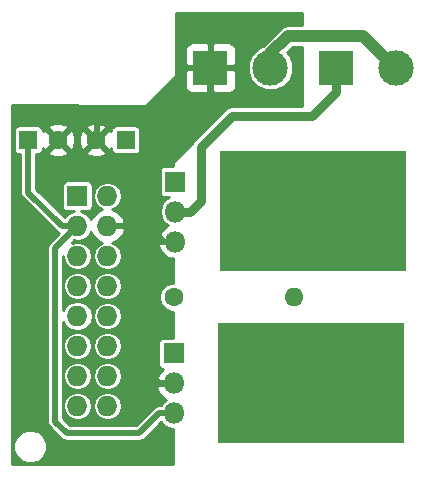
<source format=gbr>
G04 #@! TF.FileFunction,Copper,L1,Top,Signal*
%FSLAX46Y46*%
G04 Gerber Fmt 4.6, Leading zero omitted, Abs format (unit mm)*
G04 Created by KiCad (PCBNEW 4.0.4-stable) date 03/17/18 20:15:35*
%MOMM*%
%LPD*%
G01*
G04 APERTURE LIST*
%ADD10C,0.100000*%
%ADD11C,0.600000*%
%ADD12C,1.600000*%
%ADD13O,1.600000X1.600000*%
%ADD14R,2.999740X2.999740*%
%ADD15C,2.999740*%
%ADD16O,1.727200X1.727200*%
%ADD17R,1.727200X1.727200*%
%ADD18R,1.600000X1.600000*%
%ADD19C,3.500000*%
%ADD20R,1.800000X1.800000*%
%ADD21O,1.800000X1.800000*%
%ADD22R,15.800000X10.200000*%
%ADD23C,0.500000*%
%ADD24C,1.000000*%
%ADD25C,0.800000*%
%ADD26C,0.254000*%
G04 APERTURE END LIST*
D10*
D11*
X143830000Y-114250000D03*
X145830000Y-114250000D03*
X147830000Y-114250000D03*
X149830000Y-114250000D03*
X151830000Y-114250000D03*
X153830000Y-114250000D03*
X155830000Y-114250000D03*
X157830000Y-114250000D03*
X143830000Y-116250000D03*
X145830000Y-116250000D03*
X147830000Y-116250000D03*
X149830000Y-116250000D03*
X151830000Y-116250000D03*
X153830000Y-116250000D03*
X157830000Y-116250000D03*
X143830000Y-118250000D03*
X145830000Y-118250000D03*
X147830000Y-118250000D03*
X149830000Y-118250000D03*
X151830000Y-118250000D03*
X143830000Y-120250000D03*
X145830000Y-120250000D03*
X147830000Y-120250000D03*
X149830000Y-120250000D03*
X151830000Y-120250000D03*
X153830000Y-120250000D03*
X157830000Y-120250000D03*
X143830000Y-122250000D03*
X145830000Y-122250000D03*
X147830000Y-122250000D03*
X149830000Y-122250000D03*
X151830000Y-122250000D03*
X153830000Y-122250000D03*
X155830000Y-122250000D03*
X157830000Y-122250000D03*
X157830000Y-107690000D03*
X155830000Y-107690000D03*
X153830000Y-107690000D03*
X151830000Y-107690000D03*
X149830000Y-107690000D03*
X147830000Y-107690000D03*
X145830000Y-107690000D03*
X143830000Y-107690000D03*
X157830000Y-105690000D03*
X153830000Y-105690000D03*
X151830000Y-105690000D03*
X149830000Y-105690000D03*
X147830000Y-105690000D03*
X145830000Y-105690000D03*
X143830000Y-105690000D03*
X151830000Y-103690000D03*
X149830000Y-103690000D03*
X147830000Y-103690000D03*
X145830000Y-103690000D03*
X143830000Y-103690000D03*
X157830000Y-101690000D03*
X153830000Y-101690000D03*
X151830000Y-101690000D03*
X149830000Y-101690000D03*
X147830000Y-101690000D03*
X145830000Y-101690000D03*
X143830000Y-101690000D03*
X157830000Y-99690000D03*
X155830000Y-99690000D03*
X153830000Y-99690000D03*
X151830000Y-99690000D03*
X149830000Y-99690000D03*
X147830000Y-99690000D03*
X145830000Y-99690000D03*
D12*
X139070000Y-110910000D03*
D13*
X149230000Y-110910000D03*
D14*
X142190000Y-91480000D03*
D15*
X147270000Y-91480000D03*
D14*
X152810000Y-91500000D03*
D15*
X157890000Y-91500000D03*
D11*
X143830000Y-99690000D03*
D16*
X133460000Y-120110000D03*
X130920000Y-120110000D03*
X133460000Y-117570000D03*
X130920000Y-117570000D03*
X133460000Y-115030000D03*
X130920000Y-115030000D03*
X133460000Y-112490000D03*
X130920000Y-112490000D03*
D17*
X130920000Y-102330000D03*
D16*
X133460000Y-102330000D03*
X130920000Y-104870000D03*
X133460000Y-104870000D03*
X130920000Y-107410000D03*
X133460000Y-107410000D03*
X130920000Y-109950000D03*
X133460000Y-109950000D03*
D18*
X126770000Y-97590000D03*
D12*
X129270000Y-97590000D03*
D18*
X135010000Y-97590000D03*
D12*
X132510000Y-97590000D03*
D19*
X155880000Y-103660000D03*
D20*
X139220000Y-101120000D03*
D21*
X139220000Y-103660000D03*
X139220000Y-106200000D03*
D22*
X150845000Y-103620000D03*
D19*
X155750000Y-118210000D03*
D20*
X139090000Y-115670000D03*
D21*
X139090000Y-118210000D03*
X139090000Y-120750000D03*
D22*
X150715000Y-118170000D03*
D23*
X136740000Y-117132792D02*
X136740000Y-106450000D01*
X136740000Y-106450000D02*
X137620000Y-105570000D01*
X139090000Y-118210000D02*
X137817208Y-118210000D01*
X137817208Y-118210000D02*
X136740000Y-117132792D01*
X133460000Y-104870000D02*
X135840000Y-104870000D01*
X135840000Y-104870000D02*
X137620000Y-103090000D01*
X139220000Y-106200000D02*
X138250000Y-106200000D01*
X137620000Y-99060000D02*
X137970000Y-98710000D01*
X137970000Y-98710000D02*
X140010000Y-96670000D01*
X137620000Y-103090000D02*
X137620000Y-99060000D01*
X137620000Y-105570000D02*
X137620000Y-103090000D01*
X138250000Y-106200000D02*
X137620000Y-105570000D01*
X142190000Y-94490000D02*
X142190000Y-91480000D01*
X140010000Y-96670000D02*
X141430000Y-95250000D01*
X141430000Y-95250000D02*
X142190000Y-94490000D01*
X132590000Y-97660000D02*
X132590000Y-96360000D01*
X132590000Y-96360000D02*
X133700000Y-95250000D01*
X133700000Y-95250000D02*
X134020000Y-95250000D01*
X147270000Y-91480000D02*
X147270000Y-90280000D01*
D24*
X147270000Y-90280000D02*
X148780000Y-88770000D01*
X148780000Y-88770000D02*
X155100000Y-88770000D01*
X155100000Y-88770000D02*
X157890000Y-91560000D01*
D23*
X126770000Y-102050000D02*
X129590000Y-104870000D01*
X126770000Y-97650000D02*
X126770000Y-102050000D01*
X129040000Y-121440000D02*
X129040000Y-106750000D01*
X129040000Y-106750000D02*
X130920000Y-104870000D01*
X130010000Y-122410000D02*
X129040000Y-121440000D01*
X136157208Y-122410000D02*
X130010000Y-122410000D01*
X139090000Y-120750000D02*
X137817208Y-120750000D01*
X137817208Y-120750000D02*
X136157208Y-122410000D01*
X129590000Y-104870000D02*
X130920000Y-104870000D01*
D25*
X139220000Y-103660000D02*
X140492792Y-103660000D01*
X140492792Y-103660000D02*
X141390000Y-102762792D01*
X141390000Y-98160000D02*
X143990000Y-95560000D01*
X141390000Y-102762792D02*
X141390000Y-98160000D01*
X143990000Y-95560000D02*
X150749870Y-95560000D01*
X150749870Y-95560000D02*
X152810000Y-93499870D01*
X152810000Y-93499870D02*
X152810000Y-91500000D01*
D26*
G36*
X149943000Y-87843000D02*
X148780000Y-87843000D01*
X148425252Y-87913564D01*
X148124512Y-88114512D01*
X146614512Y-89624512D01*
X146576250Y-89681775D01*
X146179942Y-89845526D01*
X145637431Y-90387091D01*
X145343465Y-91095040D01*
X145342796Y-91861597D01*
X145635526Y-92570058D01*
X146177091Y-93112569D01*
X146885040Y-93406535D01*
X147651597Y-93407204D01*
X148360058Y-93114474D01*
X148902569Y-92572909D01*
X149196535Y-91864960D01*
X149197204Y-91098403D01*
X148904474Y-90389942D01*
X148687943Y-90173033D01*
X149163976Y-89697000D01*
X149943000Y-89697000D01*
X149943000Y-94733000D01*
X143990000Y-94733000D01*
X143673521Y-94795952D01*
X143405223Y-94975223D01*
X140805223Y-97575223D01*
X140625952Y-97843521D01*
X140618274Y-97882120D01*
X139050197Y-99450197D01*
X139022334Y-99492211D01*
X139013000Y-99540000D01*
X139013000Y-99784635D01*
X138320000Y-99784635D01*
X138161763Y-99814409D01*
X138016433Y-99907927D01*
X137918936Y-100050619D01*
X137884635Y-100220000D01*
X137884635Y-102020000D01*
X137914409Y-102178237D01*
X138007927Y-102323567D01*
X138150619Y-102421064D01*
X138320000Y-102455365D01*
X138641315Y-102455365D01*
X138281669Y-102695672D01*
X137994012Y-103126182D01*
X137893000Y-103634003D01*
X137893000Y-103685997D01*
X137994012Y-104193818D01*
X138281669Y-104624328D01*
X138579360Y-104823239D01*
X138423583Y-104887760D01*
X137982034Y-105292424D01*
X137728954Y-105835258D01*
X137849003Y-106073000D01*
X139013000Y-106073000D01*
X139013000Y-106327000D01*
X137849003Y-106327000D01*
X137728954Y-106564742D01*
X137982034Y-107107576D01*
X138423583Y-107512240D01*
X138855260Y-107691036D01*
X139013000Y-107610980D01*
X139013000Y-109682950D01*
X138827005Y-109682788D01*
X138375869Y-109869194D01*
X138030407Y-110214053D01*
X137843214Y-110664864D01*
X137842788Y-111152995D01*
X138029194Y-111604131D01*
X138374053Y-111949593D01*
X138824864Y-112136786D01*
X139013000Y-112136950D01*
X139013000Y-114334635D01*
X138190000Y-114334635D01*
X138031763Y-114364409D01*
X137886433Y-114457927D01*
X137788936Y-114600619D01*
X137754635Y-114770000D01*
X137754635Y-116570000D01*
X137784409Y-116728237D01*
X137877927Y-116873567D01*
X138020619Y-116971064D01*
X138178673Y-117003071D01*
X137852034Y-117302424D01*
X137598954Y-117845258D01*
X137719003Y-118083000D01*
X138963000Y-118083000D01*
X138963000Y-118063000D01*
X139013000Y-118063000D01*
X139013000Y-118357000D01*
X138963000Y-118357000D01*
X138963000Y-118337000D01*
X137719003Y-118337000D01*
X137598954Y-118574742D01*
X137852034Y-119117576D01*
X138293583Y-119522240D01*
X138449360Y-119586761D01*
X138151669Y-119785672D01*
X137959683Y-120073000D01*
X137817208Y-120073000D01*
X137558132Y-120124533D01*
X137338497Y-120271288D01*
X135876786Y-121733000D01*
X130290422Y-121733000D01*
X129717000Y-121159578D01*
X129717000Y-120164924D01*
X129796704Y-120565623D01*
X130054794Y-120951881D01*
X130441052Y-121209971D01*
X130896675Y-121300600D01*
X130943325Y-121300600D01*
X131398948Y-121209971D01*
X131785206Y-120951881D01*
X132043296Y-120565623D01*
X132133925Y-120110000D01*
X132246075Y-120110000D01*
X132336704Y-120565623D01*
X132594794Y-120951881D01*
X132981052Y-121209971D01*
X133436675Y-121300600D01*
X133483325Y-121300600D01*
X133938948Y-121209971D01*
X134325206Y-120951881D01*
X134583296Y-120565623D01*
X134673925Y-120110000D01*
X134583296Y-119654377D01*
X134325206Y-119268119D01*
X133938948Y-119010029D01*
X133483325Y-118919400D01*
X133436675Y-118919400D01*
X132981052Y-119010029D01*
X132594794Y-119268119D01*
X132336704Y-119654377D01*
X132246075Y-120110000D01*
X132133925Y-120110000D01*
X132043296Y-119654377D01*
X131785206Y-119268119D01*
X131398948Y-119010029D01*
X130943325Y-118919400D01*
X130896675Y-118919400D01*
X130441052Y-119010029D01*
X130054794Y-119268119D01*
X129796704Y-119654377D01*
X129717000Y-120055076D01*
X129717000Y-117624924D01*
X129796704Y-118025623D01*
X130054794Y-118411881D01*
X130441052Y-118669971D01*
X130896675Y-118760600D01*
X130943325Y-118760600D01*
X131398948Y-118669971D01*
X131785206Y-118411881D01*
X132043296Y-118025623D01*
X132133925Y-117570000D01*
X132246075Y-117570000D01*
X132336704Y-118025623D01*
X132594794Y-118411881D01*
X132981052Y-118669971D01*
X133436675Y-118760600D01*
X133483325Y-118760600D01*
X133938948Y-118669971D01*
X134325206Y-118411881D01*
X134583296Y-118025623D01*
X134673925Y-117570000D01*
X134583296Y-117114377D01*
X134325206Y-116728119D01*
X133938948Y-116470029D01*
X133483325Y-116379400D01*
X133436675Y-116379400D01*
X132981052Y-116470029D01*
X132594794Y-116728119D01*
X132336704Y-117114377D01*
X132246075Y-117570000D01*
X132133925Y-117570000D01*
X132043296Y-117114377D01*
X131785206Y-116728119D01*
X131398948Y-116470029D01*
X130943325Y-116379400D01*
X130896675Y-116379400D01*
X130441052Y-116470029D01*
X130054794Y-116728119D01*
X129796704Y-117114377D01*
X129717000Y-117515076D01*
X129717000Y-115084924D01*
X129796704Y-115485623D01*
X130054794Y-115871881D01*
X130441052Y-116129971D01*
X130896675Y-116220600D01*
X130943325Y-116220600D01*
X131398948Y-116129971D01*
X131785206Y-115871881D01*
X132043296Y-115485623D01*
X132133925Y-115030000D01*
X132246075Y-115030000D01*
X132336704Y-115485623D01*
X132594794Y-115871881D01*
X132981052Y-116129971D01*
X133436675Y-116220600D01*
X133483325Y-116220600D01*
X133938948Y-116129971D01*
X134325206Y-115871881D01*
X134583296Y-115485623D01*
X134673925Y-115030000D01*
X134583296Y-114574377D01*
X134325206Y-114188119D01*
X133938948Y-113930029D01*
X133483325Y-113839400D01*
X133436675Y-113839400D01*
X132981052Y-113930029D01*
X132594794Y-114188119D01*
X132336704Y-114574377D01*
X132246075Y-115030000D01*
X132133925Y-115030000D01*
X132043296Y-114574377D01*
X131785206Y-114188119D01*
X131398948Y-113930029D01*
X130943325Y-113839400D01*
X130896675Y-113839400D01*
X130441052Y-113930029D01*
X130054794Y-114188119D01*
X129796704Y-114574377D01*
X129717000Y-114975076D01*
X129717000Y-113005806D01*
X129982124Y-113402592D01*
X130400825Y-113682359D01*
X130894716Y-113780600D01*
X130945284Y-113780600D01*
X131439175Y-113682359D01*
X131857876Y-113402592D01*
X132137643Y-112983891D01*
X132235884Y-112490000D01*
X132246075Y-112490000D01*
X132336704Y-112945623D01*
X132594794Y-113331881D01*
X132981052Y-113589971D01*
X133436675Y-113680600D01*
X133483325Y-113680600D01*
X133938948Y-113589971D01*
X134325206Y-113331881D01*
X134583296Y-112945623D01*
X134673925Y-112490000D01*
X134583296Y-112034377D01*
X134325206Y-111648119D01*
X133938948Y-111390029D01*
X133483325Y-111299400D01*
X133436675Y-111299400D01*
X132981052Y-111390029D01*
X132594794Y-111648119D01*
X132336704Y-112034377D01*
X132246075Y-112490000D01*
X132235884Y-112490000D01*
X132137643Y-111996109D01*
X131857876Y-111577408D01*
X131439175Y-111297641D01*
X130945284Y-111199400D01*
X130894716Y-111199400D01*
X130400825Y-111297641D01*
X129982124Y-111577408D01*
X129717000Y-111974194D01*
X129717000Y-110004924D01*
X129796704Y-110405623D01*
X130054794Y-110791881D01*
X130441052Y-111049971D01*
X130896675Y-111140600D01*
X130943325Y-111140600D01*
X131398948Y-111049971D01*
X131785206Y-110791881D01*
X132043296Y-110405623D01*
X132133925Y-109950000D01*
X132246075Y-109950000D01*
X132336704Y-110405623D01*
X132594794Y-110791881D01*
X132981052Y-111049971D01*
X133436675Y-111140600D01*
X133483325Y-111140600D01*
X133938948Y-111049971D01*
X134325206Y-110791881D01*
X134583296Y-110405623D01*
X134673925Y-109950000D01*
X134583296Y-109494377D01*
X134325206Y-109108119D01*
X133938948Y-108850029D01*
X133483325Y-108759400D01*
X133436675Y-108759400D01*
X132981052Y-108850029D01*
X132594794Y-109108119D01*
X132336704Y-109494377D01*
X132246075Y-109950000D01*
X132133925Y-109950000D01*
X132043296Y-109494377D01*
X131785206Y-109108119D01*
X131398948Y-108850029D01*
X130943325Y-108759400D01*
X130896675Y-108759400D01*
X130441052Y-108850029D01*
X130054794Y-109108119D01*
X129796704Y-109494377D01*
X129717000Y-109895076D01*
X129717000Y-107464924D01*
X129796704Y-107865623D01*
X130054794Y-108251881D01*
X130441052Y-108509971D01*
X130896675Y-108600600D01*
X130943325Y-108600600D01*
X131398948Y-108509971D01*
X131785206Y-108251881D01*
X132043296Y-107865623D01*
X132133925Y-107410000D01*
X132043296Y-106954377D01*
X131785206Y-106568119D01*
X131398948Y-106310029D01*
X130943325Y-106219400D01*
X130896675Y-106219400D01*
X130441052Y-106310029D01*
X130430026Y-106317396D01*
X130637905Y-106109517D01*
X130894716Y-106160600D01*
X130945284Y-106160600D01*
X131439175Y-106062359D01*
X131857876Y-105782592D01*
X132090268Y-105434792D01*
X132177312Y-105644947D01*
X132571510Y-106076821D01*
X133042864Y-106297734D01*
X132981052Y-106310029D01*
X132594794Y-106568119D01*
X132336704Y-106954377D01*
X132246075Y-107410000D01*
X132336704Y-107865623D01*
X132594794Y-108251881D01*
X132981052Y-108509971D01*
X133436675Y-108600600D01*
X133483325Y-108600600D01*
X133938948Y-108509971D01*
X134325206Y-108251881D01*
X134583296Y-107865623D01*
X134673925Y-107410000D01*
X134583296Y-106954377D01*
X134325206Y-106568119D01*
X133938948Y-106310029D01*
X133877136Y-106297734D01*
X134348490Y-106076821D01*
X134742688Y-105644947D01*
X134914958Y-105229026D01*
X134793817Y-104997000D01*
X133587000Y-104997000D01*
X133587000Y-105017000D01*
X133333000Y-105017000D01*
X133333000Y-104997000D01*
X133313000Y-104997000D01*
X133313000Y-104743000D01*
X133333000Y-104743000D01*
X133333000Y-104723000D01*
X133587000Y-104723000D01*
X133587000Y-104743000D01*
X134793817Y-104743000D01*
X134914958Y-104510974D01*
X134742688Y-104095053D01*
X134348490Y-103663179D01*
X133877136Y-103442266D01*
X133938948Y-103429971D01*
X134325206Y-103171881D01*
X134583296Y-102785623D01*
X134673925Y-102330000D01*
X134583296Y-101874377D01*
X134325206Y-101488119D01*
X133938948Y-101230029D01*
X133483325Y-101139400D01*
X133436675Y-101139400D01*
X132981052Y-101230029D01*
X132594794Y-101488119D01*
X132336704Y-101874377D01*
X132246075Y-102330000D01*
X132336704Y-102785623D01*
X132594794Y-103171881D01*
X132981052Y-103429971D01*
X133042864Y-103442266D01*
X132571510Y-103663179D01*
X132177312Y-104095053D01*
X132090268Y-104305208D01*
X131857876Y-103957408D01*
X131439175Y-103677641D01*
X131194464Y-103628965D01*
X131783600Y-103628965D01*
X131941837Y-103599191D01*
X132087167Y-103505673D01*
X132184664Y-103362981D01*
X132218965Y-103193600D01*
X132218965Y-101466400D01*
X132189191Y-101308163D01*
X132095673Y-101162833D01*
X131952981Y-101065336D01*
X131783600Y-101031035D01*
X130056400Y-101031035D01*
X129898163Y-101060809D01*
X129752833Y-101154327D01*
X129655336Y-101297019D01*
X129621035Y-101466400D01*
X129621035Y-103193600D01*
X129650809Y-103351837D01*
X129744327Y-103497167D01*
X129887019Y-103594664D01*
X130056400Y-103628965D01*
X130645536Y-103628965D01*
X130400825Y-103677641D01*
X129982124Y-103957408D01*
X129843018Y-104165596D01*
X127447000Y-101769578D01*
X127447000Y-98825365D01*
X127570000Y-98825365D01*
X127728237Y-98795591D01*
X127873567Y-98702073D01*
X127944851Y-98597745D01*
X128441861Y-98597745D01*
X128515995Y-98843864D01*
X129053223Y-99036965D01*
X129623454Y-99009778D01*
X130024005Y-98843864D01*
X130098139Y-98597745D01*
X131681861Y-98597745D01*
X131755995Y-98843864D01*
X132293223Y-99036965D01*
X132863454Y-99009778D01*
X133264005Y-98843864D01*
X133338139Y-98597745D01*
X132510000Y-97769605D01*
X131681861Y-98597745D01*
X130098139Y-98597745D01*
X129270000Y-97769605D01*
X128441861Y-98597745D01*
X127944851Y-98597745D01*
X127971064Y-98559381D01*
X128005365Y-98390000D01*
X128005365Y-98318002D01*
X128016136Y-98344005D01*
X128262255Y-98418139D01*
X129090395Y-97590000D01*
X129449605Y-97590000D01*
X130277745Y-98418139D01*
X130523864Y-98344005D01*
X130716965Y-97806777D01*
X130696295Y-97373223D01*
X131063035Y-97373223D01*
X131090222Y-97943454D01*
X131256136Y-98344005D01*
X131502255Y-98418139D01*
X132330395Y-97590000D01*
X132689605Y-97590000D01*
X133517745Y-98418139D01*
X133763864Y-98344005D01*
X133774635Y-98314039D01*
X133774635Y-98390000D01*
X133804409Y-98548237D01*
X133897927Y-98693567D01*
X134040619Y-98791064D01*
X134210000Y-98825365D01*
X135810000Y-98825365D01*
X135968237Y-98795591D01*
X136113567Y-98702073D01*
X136211064Y-98559381D01*
X136245365Y-98390000D01*
X136245365Y-96790000D01*
X136215591Y-96631763D01*
X136122073Y-96486433D01*
X135979381Y-96388936D01*
X135810000Y-96354635D01*
X134210000Y-96354635D01*
X134051763Y-96384409D01*
X133906433Y-96477927D01*
X133808936Y-96620619D01*
X133774635Y-96790000D01*
X133774635Y-96861998D01*
X133763864Y-96835995D01*
X133517745Y-96761861D01*
X132689605Y-97590000D01*
X132330395Y-97590000D01*
X131502255Y-96761861D01*
X131256136Y-96835995D01*
X131063035Y-97373223D01*
X130696295Y-97373223D01*
X130689778Y-97236546D01*
X130523864Y-96835995D01*
X130277745Y-96761861D01*
X129449605Y-97590000D01*
X129090395Y-97590000D01*
X128262255Y-96761861D01*
X128016136Y-96835995D01*
X128005365Y-96865961D01*
X128005365Y-96790000D01*
X127975591Y-96631763D01*
X127943734Y-96582255D01*
X128441861Y-96582255D01*
X129270000Y-97410395D01*
X130098139Y-96582255D01*
X131681861Y-96582255D01*
X132510000Y-97410395D01*
X133338139Y-96582255D01*
X133264005Y-96336136D01*
X132726777Y-96143035D01*
X132156546Y-96170222D01*
X131755995Y-96336136D01*
X131681861Y-96582255D01*
X130098139Y-96582255D01*
X130024005Y-96336136D01*
X129486777Y-96143035D01*
X128916546Y-96170222D01*
X128515995Y-96336136D01*
X128441861Y-96582255D01*
X127943734Y-96582255D01*
X127882073Y-96486433D01*
X127739381Y-96388936D01*
X127570000Y-96354635D01*
X125970000Y-96354635D01*
X125811763Y-96384409D01*
X125666433Y-96477927D01*
X125568936Y-96620619D01*
X125534635Y-96790000D01*
X125534635Y-98390000D01*
X125564409Y-98548237D01*
X125657927Y-98693567D01*
X125800619Y-98791064D01*
X125970000Y-98825365D01*
X126093000Y-98825365D01*
X126093000Y-102050000D01*
X126144534Y-102309077D01*
X126242281Y-102455365D01*
X126291289Y-102528711D01*
X129111289Y-105348711D01*
X129330923Y-105495466D01*
X129336085Y-105496493D01*
X128561289Y-106271289D01*
X128414534Y-106490923D01*
X128363000Y-106750000D01*
X128363000Y-121440000D01*
X128414534Y-121699077D01*
X128437201Y-121733000D01*
X128561289Y-121918711D01*
X129531289Y-122888711D01*
X129750923Y-123035466D01*
X130010000Y-123087000D01*
X136157208Y-123087000D01*
X136416285Y-123035466D01*
X136635919Y-122888711D01*
X138014937Y-121509694D01*
X138151669Y-121714328D01*
X138582179Y-122001985D01*
X139013000Y-122087681D01*
X139013000Y-125048000D01*
X129310274Y-125048000D01*
X129260000Y-125038000D01*
X125352000Y-125038000D01*
X125352000Y-123832603D01*
X125492752Y-123832603D01*
X125709543Y-124357275D01*
X126110614Y-124759047D01*
X126634907Y-124976752D01*
X127202603Y-124977248D01*
X127727275Y-124760457D01*
X128129047Y-124359386D01*
X128346752Y-123835093D01*
X128347248Y-123267397D01*
X128130457Y-122742725D01*
X127729386Y-122340953D01*
X127205093Y-122123248D01*
X126637397Y-122122752D01*
X126112725Y-122339543D01*
X125710953Y-122740614D01*
X125493248Y-123264907D01*
X125492752Y-123832603D01*
X125352000Y-123832603D01*
X125352000Y-94649546D01*
X136709581Y-94686999D01*
X136759024Y-94677156D01*
X136799803Y-94649803D01*
X139269803Y-92179803D01*
X139297666Y-92137789D01*
X139306997Y-92089156D01*
X139304849Y-91765750D01*
X140055130Y-91765750D01*
X140055130Y-93106180D01*
X140151803Y-93339569D01*
X140330432Y-93518197D01*
X140563821Y-93614870D01*
X141904250Y-93614870D01*
X142063000Y-93456120D01*
X142063000Y-91607000D01*
X142317000Y-91607000D01*
X142317000Y-93456120D01*
X142475750Y-93614870D01*
X143816179Y-93614870D01*
X144049568Y-93518197D01*
X144228197Y-93339569D01*
X144324870Y-93106180D01*
X144324870Y-91765750D01*
X144166120Y-91607000D01*
X142317000Y-91607000D01*
X142063000Y-91607000D01*
X140213880Y-91607000D01*
X140055130Y-91765750D01*
X139304849Y-91765750D01*
X139292145Y-89853820D01*
X140055130Y-89853820D01*
X140055130Y-91194250D01*
X140213880Y-91353000D01*
X142063000Y-91353000D01*
X142063000Y-89503880D01*
X142317000Y-89503880D01*
X142317000Y-91353000D01*
X144166120Y-91353000D01*
X144324870Y-91194250D01*
X144324870Y-89853820D01*
X144228197Y-89620431D01*
X144049568Y-89441803D01*
X143816179Y-89345130D01*
X142475750Y-89345130D01*
X142317000Y-89503880D01*
X142063000Y-89503880D01*
X141904250Y-89345130D01*
X140563821Y-89345130D01*
X140330432Y-89441803D01*
X140151803Y-89620431D01*
X140055130Y-89853820D01*
X139292145Y-89853820D01*
X139272199Y-86852000D01*
X149943000Y-86852000D01*
X149943000Y-87843000D01*
X149943000Y-87843000D01*
G37*
X149943000Y-87843000D02*
X148780000Y-87843000D01*
X148425252Y-87913564D01*
X148124512Y-88114512D01*
X146614512Y-89624512D01*
X146576250Y-89681775D01*
X146179942Y-89845526D01*
X145637431Y-90387091D01*
X145343465Y-91095040D01*
X145342796Y-91861597D01*
X145635526Y-92570058D01*
X146177091Y-93112569D01*
X146885040Y-93406535D01*
X147651597Y-93407204D01*
X148360058Y-93114474D01*
X148902569Y-92572909D01*
X149196535Y-91864960D01*
X149197204Y-91098403D01*
X148904474Y-90389942D01*
X148687943Y-90173033D01*
X149163976Y-89697000D01*
X149943000Y-89697000D01*
X149943000Y-94733000D01*
X143990000Y-94733000D01*
X143673521Y-94795952D01*
X143405223Y-94975223D01*
X140805223Y-97575223D01*
X140625952Y-97843521D01*
X140618274Y-97882120D01*
X139050197Y-99450197D01*
X139022334Y-99492211D01*
X139013000Y-99540000D01*
X139013000Y-99784635D01*
X138320000Y-99784635D01*
X138161763Y-99814409D01*
X138016433Y-99907927D01*
X137918936Y-100050619D01*
X137884635Y-100220000D01*
X137884635Y-102020000D01*
X137914409Y-102178237D01*
X138007927Y-102323567D01*
X138150619Y-102421064D01*
X138320000Y-102455365D01*
X138641315Y-102455365D01*
X138281669Y-102695672D01*
X137994012Y-103126182D01*
X137893000Y-103634003D01*
X137893000Y-103685997D01*
X137994012Y-104193818D01*
X138281669Y-104624328D01*
X138579360Y-104823239D01*
X138423583Y-104887760D01*
X137982034Y-105292424D01*
X137728954Y-105835258D01*
X137849003Y-106073000D01*
X139013000Y-106073000D01*
X139013000Y-106327000D01*
X137849003Y-106327000D01*
X137728954Y-106564742D01*
X137982034Y-107107576D01*
X138423583Y-107512240D01*
X138855260Y-107691036D01*
X139013000Y-107610980D01*
X139013000Y-109682950D01*
X138827005Y-109682788D01*
X138375869Y-109869194D01*
X138030407Y-110214053D01*
X137843214Y-110664864D01*
X137842788Y-111152995D01*
X138029194Y-111604131D01*
X138374053Y-111949593D01*
X138824864Y-112136786D01*
X139013000Y-112136950D01*
X139013000Y-114334635D01*
X138190000Y-114334635D01*
X138031763Y-114364409D01*
X137886433Y-114457927D01*
X137788936Y-114600619D01*
X137754635Y-114770000D01*
X137754635Y-116570000D01*
X137784409Y-116728237D01*
X137877927Y-116873567D01*
X138020619Y-116971064D01*
X138178673Y-117003071D01*
X137852034Y-117302424D01*
X137598954Y-117845258D01*
X137719003Y-118083000D01*
X138963000Y-118083000D01*
X138963000Y-118063000D01*
X139013000Y-118063000D01*
X139013000Y-118357000D01*
X138963000Y-118357000D01*
X138963000Y-118337000D01*
X137719003Y-118337000D01*
X137598954Y-118574742D01*
X137852034Y-119117576D01*
X138293583Y-119522240D01*
X138449360Y-119586761D01*
X138151669Y-119785672D01*
X137959683Y-120073000D01*
X137817208Y-120073000D01*
X137558132Y-120124533D01*
X137338497Y-120271288D01*
X135876786Y-121733000D01*
X130290422Y-121733000D01*
X129717000Y-121159578D01*
X129717000Y-120164924D01*
X129796704Y-120565623D01*
X130054794Y-120951881D01*
X130441052Y-121209971D01*
X130896675Y-121300600D01*
X130943325Y-121300600D01*
X131398948Y-121209971D01*
X131785206Y-120951881D01*
X132043296Y-120565623D01*
X132133925Y-120110000D01*
X132246075Y-120110000D01*
X132336704Y-120565623D01*
X132594794Y-120951881D01*
X132981052Y-121209971D01*
X133436675Y-121300600D01*
X133483325Y-121300600D01*
X133938948Y-121209971D01*
X134325206Y-120951881D01*
X134583296Y-120565623D01*
X134673925Y-120110000D01*
X134583296Y-119654377D01*
X134325206Y-119268119D01*
X133938948Y-119010029D01*
X133483325Y-118919400D01*
X133436675Y-118919400D01*
X132981052Y-119010029D01*
X132594794Y-119268119D01*
X132336704Y-119654377D01*
X132246075Y-120110000D01*
X132133925Y-120110000D01*
X132043296Y-119654377D01*
X131785206Y-119268119D01*
X131398948Y-119010029D01*
X130943325Y-118919400D01*
X130896675Y-118919400D01*
X130441052Y-119010029D01*
X130054794Y-119268119D01*
X129796704Y-119654377D01*
X129717000Y-120055076D01*
X129717000Y-117624924D01*
X129796704Y-118025623D01*
X130054794Y-118411881D01*
X130441052Y-118669971D01*
X130896675Y-118760600D01*
X130943325Y-118760600D01*
X131398948Y-118669971D01*
X131785206Y-118411881D01*
X132043296Y-118025623D01*
X132133925Y-117570000D01*
X132246075Y-117570000D01*
X132336704Y-118025623D01*
X132594794Y-118411881D01*
X132981052Y-118669971D01*
X133436675Y-118760600D01*
X133483325Y-118760600D01*
X133938948Y-118669971D01*
X134325206Y-118411881D01*
X134583296Y-118025623D01*
X134673925Y-117570000D01*
X134583296Y-117114377D01*
X134325206Y-116728119D01*
X133938948Y-116470029D01*
X133483325Y-116379400D01*
X133436675Y-116379400D01*
X132981052Y-116470029D01*
X132594794Y-116728119D01*
X132336704Y-117114377D01*
X132246075Y-117570000D01*
X132133925Y-117570000D01*
X132043296Y-117114377D01*
X131785206Y-116728119D01*
X131398948Y-116470029D01*
X130943325Y-116379400D01*
X130896675Y-116379400D01*
X130441052Y-116470029D01*
X130054794Y-116728119D01*
X129796704Y-117114377D01*
X129717000Y-117515076D01*
X129717000Y-115084924D01*
X129796704Y-115485623D01*
X130054794Y-115871881D01*
X130441052Y-116129971D01*
X130896675Y-116220600D01*
X130943325Y-116220600D01*
X131398948Y-116129971D01*
X131785206Y-115871881D01*
X132043296Y-115485623D01*
X132133925Y-115030000D01*
X132246075Y-115030000D01*
X132336704Y-115485623D01*
X132594794Y-115871881D01*
X132981052Y-116129971D01*
X133436675Y-116220600D01*
X133483325Y-116220600D01*
X133938948Y-116129971D01*
X134325206Y-115871881D01*
X134583296Y-115485623D01*
X134673925Y-115030000D01*
X134583296Y-114574377D01*
X134325206Y-114188119D01*
X133938948Y-113930029D01*
X133483325Y-113839400D01*
X133436675Y-113839400D01*
X132981052Y-113930029D01*
X132594794Y-114188119D01*
X132336704Y-114574377D01*
X132246075Y-115030000D01*
X132133925Y-115030000D01*
X132043296Y-114574377D01*
X131785206Y-114188119D01*
X131398948Y-113930029D01*
X130943325Y-113839400D01*
X130896675Y-113839400D01*
X130441052Y-113930029D01*
X130054794Y-114188119D01*
X129796704Y-114574377D01*
X129717000Y-114975076D01*
X129717000Y-113005806D01*
X129982124Y-113402592D01*
X130400825Y-113682359D01*
X130894716Y-113780600D01*
X130945284Y-113780600D01*
X131439175Y-113682359D01*
X131857876Y-113402592D01*
X132137643Y-112983891D01*
X132235884Y-112490000D01*
X132246075Y-112490000D01*
X132336704Y-112945623D01*
X132594794Y-113331881D01*
X132981052Y-113589971D01*
X133436675Y-113680600D01*
X133483325Y-113680600D01*
X133938948Y-113589971D01*
X134325206Y-113331881D01*
X134583296Y-112945623D01*
X134673925Y-112490000D01*
X134583296Y-112034377D01*
X134325206Y-111648119D01*
X133938948Y-111390029D01*
X133483325Y-111299400D01*
X133436675Y-111299400D01*
X132981052Y-111390029D01*
X132594794Y-111648119D01*
X132336704Y-112034377D01*
X132246075Y-112490000D01*
X132235884Y-112490000D01*
X132137643Y-111996109D01*
X131857876Y-111577408D01*
X131439175Y-111297641D01*
X130945284Y-111199400D01*
X130894716Y-111199400D01*
X130400825Y-111297641D01*
X129982124Y-111577408D01*
X129717000Y-111974194D01*
X129717000Y-110004924D01*
X129796704Y-110405623D01*
X130054794Y-110791881D01*
X130441052Y-111049971D01*
X130896675Y-111140600D01*
X130943325Y-111140600D01*
X131398948Y-111049971D01*
X131785206Y-110791881D01*
X132043296Y-110405623D01*
X132133925Y-109950000D01*
X132246075Y-109950000D01*
X132336704Y-110405623D01*
X132594794Y-110791881D01*
X132981052Y-111049971D01*
X133436675Y-111140600D01*
X133483325Y-111140600D01*
X133938948Y-111049971D01*
X134325206Y-110791881D01*
X134583296Y-110405623D01*
X134673925Y-109950000D01*
X134583296Y-109494377D01*
X134325206Y-109108119D01*
X133938948Y-108850029D01*
X133483325Y-108759400D01*
X133436675Y-108759400D01*
X132981052Y-108850029D01*
X132594794Y-109108119D01*
X132336704Y-109494377D01*
X132246075Y-109950000D01*
X132133925Y-109950000D01*
X132043296Y-109494377D01*
X131785206Y-109108119D01*
X131398948Y-108850029D01*
X130943325Y-108759400D01*
X130896675Y-108759400D01*
X130441052Y-108850029D01*
X130054794Y-109108119D01*
X129796704Y-109494377D01*
X129717000Y-109895076D01*
X129717000Y-107464924D01*
X129796704Y-107865623D01*
X130054794Y-108251881D01*
X130441052Y-108509971D01*
X130896675Y-108600600D01*
X130943325Y-108600600D01*
X131398948Y-108509971D01*
X131785206Y-108251881D01*
X132043296Y-107865623D01*
X132133925Y-107410000D01*
X132043296Y-106954377D01*
X131785206Y-106568119D01*
X131398948Y-106310029D01*
X130943325Y-106219400D01*
X130896675Y-106219400D01*
X130441052Y-106310029D01*
X130430026Y-106317396D01*
X130637905Y-106109517D01*
X130894716Y-106160600D01*
X130945284Y-106160600D01*
X131439175Y-106062359D01*
X131857876Y-105782592D01*
X132090268Y-105434792D01*
X132177312Y-105644947D01*
X132571510Y-106076821D01*
X133042864Y-106297734D01*
X132981052Y-106310029D01*
X132594794Y-106568119D01*
X132336704Y-106954377D01*
X132246075Y-107410000D01*
X132336704Y-107865623D01*
X132594794Y-108251881D01*
X132981052Y-108509971D01*
X133436675Y-108600600D01*
X133483325Y-108600600D01*
X133938948Y-108509971D01*
X134325206Y-108251881D01*
X134583296Y-107865623D01*
X134673925Y-107410000D01*
X134583296Y-106954377D01*
X134325206Y-106568119D01*
X133938948Y-106310029D01*
X133877136Y-106297734D01*
X134348490Y-106076821D01*
X134742688Y-105644947D01*
X134914958Y-105229026D01*
X134793817Y-104997000D01*
X133587000Y-104997000D01*
X133587000Y-105017000D01*
X133333000Y-105017000D01*
X133333000Y-104997000D01*
X133313000Y-104997000D01*
X133313000Y-104743000D01*
X133333000Y-104743000D01*
X133333000Y-104723000D01*
X133587000Y-104723000D01*
X133587000Y-104743000D01*
X134793817Y-104743000D01*
X134914958Y-104510974D01*
X134742688Y-104095053D01*
X134348490Y-103663179D01*
X133877136Y-103442266D01*
X133938948Y-103429971D01*
X134325206Y-103171881D01*
X134583296Y-102785623D01*
X134673925Y-102330000D01*
X134583296Y-101874377D01*
X134325206Y-101488119D01*
X133938948Y-101230029D01*
X133483325Y-101139400D01*
X133436675Y-101139400D01*
X132981052Y-101230029D01*
X132594794Y-101488119D01*
X132336704Y-101874377D01*
X132246075Y-102330000D01*
X132336704Y-102785623D01*
X132594794Y-103171881D01*
X132981052Y-103429971D01*
X133042864Y-103442266D01*
X132571510Y-103663179D01*
X132177312Y-104095053D01*
X132090268Y-104305208D01*
X131857876Y-103957408D01*
X131439175Y-103677641D01*
X131194464Y-103628965D01*
X131783600Y-103628965D01*
X131941837Y-103599191D01*
X132087167Y-103505673D01*
X132184664Y-103362981D01*
X132218965Y-103193600D01*
X132218965Y-101466400D01*
X132189191Y-101308163D01*
X132095673Y-101162833D01*
X131952981Y-101065336D01*
X131783600Y-101031035D01*
X130056400Y-101031035D01*
X129898163Y-101060809D01*
X129752833Y-101154327D01*
X129655336Y-101297019D01*
X129621035Y-101466400D01*
X129621035Y-103193600D01*
X129650809Y-103351837D01*
X129744327Y-103497167D01*
X129887019Y-103594664D01*
X130056400Y-103628965D01*
X130645536Y-103628965D01*
X130400825Y-103677641D01*
X129982124Y-103957408D01*
X129843018Y-104165596D01*
X127447000Y-101769578D01*
X127447000Y-98825365D01*
X127570000Y-98825365D01*
X127728237Y-98795591D01*
X127873567Y-98702073D01*
X127944851Y-98597745D01*
X128441861Y-98597745D01*
X128515995Y-98843864D01*
X129053223Y-99036965D01*
X129623454Y-99009778D01*
X130024005Y-98843864D01*
X130098139Y-98597745D01*
X131681861Y-98597745D01*
X131755995Y-98843864D01*
X132293223Y-99036965D01*
X132863454Y-99009778D01*
X133264005Y-98843864D01*
X133338139Y-98597745D01*
X132510000Y-97769605D01*
X131681861Y-98597745D01*
X130098139Y-98597745D01*
X129270000Y-97769605D01*
X128441861Y-98597745D01*
X127944851Y-98597745D01*
X127971064Y-98559381D01*
X128005365Y-98390000D01*
X128005365Y-98318002D01*
X128016136Y-98344005D01*
X128262255Y-98418139D01*
X129090395Y-97590000D01*
X129449605Y-97590000D01*
X130277745Y-98418139D01*
X130523864Y-98344005D01*
X130716965Y-97806777D01*
X130696295Y-97373223D01*
X131063035Y-97373223D01*
X131090222Y-97943454D01*
X131256136Y-98344005D01*
X131502255Y-98418139D01*
X132330395Y-97590000D01*
X132689605Y-97590000D01*
X133517745Y-98418139D01*
X133763864Y-98344005D01*
X133774635Y-98314039D01*
X133774635Y-98390000D01*
X133804409Y-98548237D01*
X133897927Y-98693567D01*
X134040619Y-98791064D01*
X134210000Y-98825365D01*
X135810000Y-98825365D01*
X135968237Y-98795591D01*
X136113567Y-98702073D01*
X136211064Y-98559381D01*
X136245365Y-98390000D01*
X136245365Y-96790000D01*
X136215591Y-96631763D01*
X136122073Y-96486433D01*
X135979381Y-96388936D01*
X135810000Y-96354635D01*
X134210000Y-96354635D01*
X134051763Y-96384409D01*
X133906433Y-96477927D01*
X133808936Y-96620619D01*
X133774635Y-96790000D01*
X133774635Y-96861998D01*
X133763864Y-96835995D01*
X133517745Y-96761861D01*
X132689605Y-97590000D01*
X132330395Y-97590000D01*
X131502255Y-96761861D01*
X131256136Y-96835995D01*
X131063035Y-97373223D01*
X130696295Y-97373223D01*
X130689778Y-97236546D01*
X130523864Y-96835995D01*
X130277745Y-96761861D01*
X129449605Y-97590000D01*
X129090395Y-97590000D01*
X128262255Y-96761861D01*
X128016136Y-96835995D01*
X128005365Y-96865961D01*
X128005365Y-96790000D01*
X127975591Y-96631763D01*
X127943734Y-96582255D01*
X128441861Y-96582255D01*
X129270000Y-97410395D01*
X130098139Y-96582255D01*
X131681861Y-96582255D01*
X132510000Y-97410395D01*
X133338139Y-96582255D01*
X133264005Y-96336136D01*
X132726777Y-96143035D01*
X132156546Y-96170222D01*
X131755995Y-96336136D01*
X131681861Y-96582255D01*
X130098139Y-96582255D01*
X130024005Y-96336136D01*
X129486777Y-96143035D01*
X128916546Y-96170222D01*
X128515995Y-96336136D01*
X128441861Y-96582255D01*
X127943734Y-96582255D01*
X127882073Y-96486433D01*
X127739381Y-96388936D01*
X127570000Y-96354635D01*
X125970000Y-96354635D01*
X125811763Y-96384409D01*
X125666433Y-96477927D01*
X125568936Y-96620619D01*
X125534635Y-96790000D01*
X125534635Y-98390000D01*
X125564409Y-98548237D01*
X125657927Y-98693567D01*
X125800619Y-98791064D01*
X125970000Y-98825365D01*
X126093000Y-98825365D01*
X126093000Y-102050000D01*
X126144534Y-102309077D01*
X126242281Y-102455365D01*
X126291289Y-102528711D01*
X129111289Y-105348711D01*
X129330923Y-105495466D01*
X129336085Y-105496493D01*
X128561289Y-106271289D01*
X128414534Y-106490923D01*
X128363000Y-106750000D01*
X128363000Y-121440000D01*
X128414534Y-121699077D01*
X128437201Y-121733000D01*
X128561289Y-121918711D01*
X129531289Y-122888711D01*
X129750923Y-123035466D01*
X130010000Y-123087000D01*
X136157208Y-123087000D01*
X136416285Y-123035466D01*
X136635919Y-122888711D01*
X138014937Y-121509694D01*
X138151669Y-121714328D01*
X138582179Y-122001985D01*
X139013000Y-122087681D01*
X139013000Y-125048000D01*
X129310274Y-125048000D01*
X129260000Y-125038000D01*
X125352000Y-125038000D01*
X125352000Y-123832603D01*
X125492752Y-123832603D01*
X125709543Y-124357275D01*
X126110614Y-124759047D01*
X126634907Y-124976752D01*
X127202603Y-124977248D01*
X127727275Y-124760457D01*
X128129047Y-124359386D01*
X128346752Y-123835093D01*
X128347248Y-123267397D01*
X128130457Y-122742725D01*
X127729386Y-122340953D01*
X127205093Y-122123248D01*
X126637397Y-122122752D01*
X126112725Y-122339543D01*
X125710953Y-122740614D01*
X125493248Y-123264907D01*
X125492752Y-123832603D01*
X125352000Y-123832603D01*
X125352000Y-94649546D01*
X136709581Y-94686999D01*
X136759024Y-94677156D01*
X136799803Y-94649803D01*
X139269803Y-92179803D01*
X139297666Y-92137789D01*
X139306997Y-92089156D01*
X139304849Y-91765750D01*
X140055130Y-91765750D01*
X140055130Y-93106180D01*
X140151803Y-93339569D01*
X140330432Y-93518197D01*
X140563821Y-93614870D01*
X141904250Y-93614870D01*
X142063000Y-93456120D01*
X142063000Y-91607000D01*
X142317000Y-91607000D01*
X142317000Y-93456120D01*
X142475750Y-93614870D01*
X143816179Y-93614870D01*
X144049568Y-93518197D01*
X144228197Y-93339569D01*
X144324870Y-93106180D01*
X144324870Y-91765750D01*
X144166120Y-91607000D01*
X142317000Y-91607000D01*
X142063000Y-91607000D01*
X140213880Y-91607000D01*
X140055130Y-91765750D01*
X139304849Y-91765750D01*
X139292145Y-89853820D01*
X140055130Y-89853820D01*
X140055130Y-91194250D01*
X140213880Y-91353000D01*
X142063000Y-91353000D01*
X142063000Y-89503880D01*
X142317000Y-89503880D01*
X142317000Y-91353000D01*
X144166120Y-91353000D01*
X144324870Y-91194250D01*
X144324870Y-89853820D01*
X144228197Y-89620431D01*
X144049568Y-89441803D01*
X143816179Y-89345130D01*
X142475750Y-89345130D01*
X142317000Y-89503880D01*
X142063000Y-89503880D01*
X141904250Y-89345130D01*
X140563821Y-89345130D01*
X140330432Y-89441803D01*
X140151803Y-89620431D01*
X140055130Y-89853820D01*
X139292145Y-89853820D01*
X139272199Y-86852000D01*
X149943000Y-86852000D01*
X149943000Y-87843000D01*
M02*

</source>
